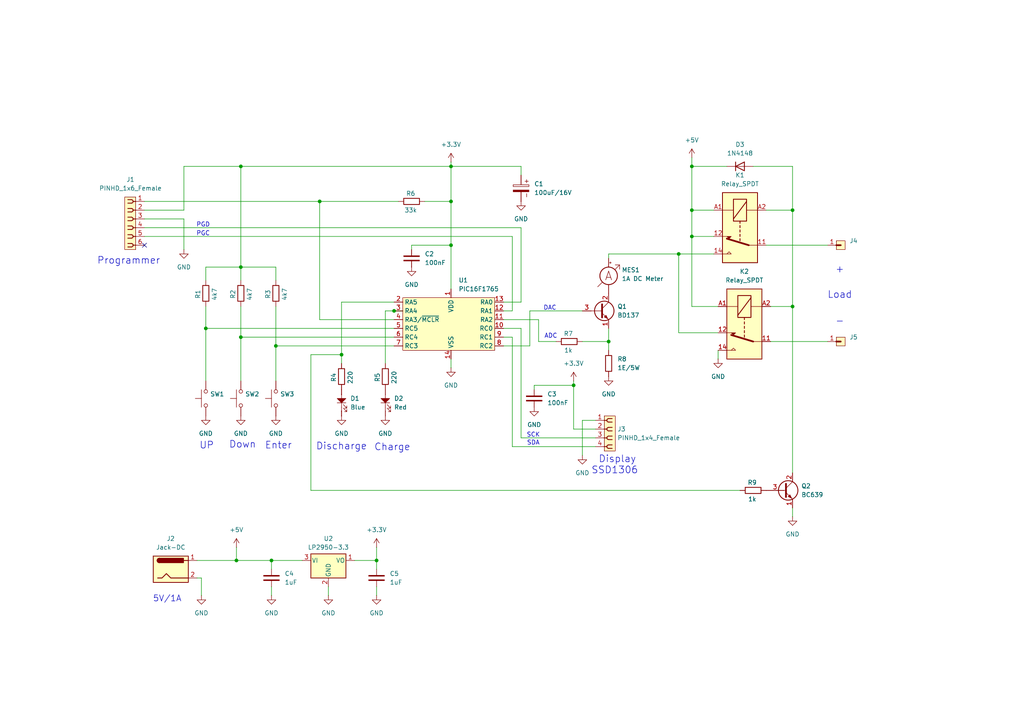
<source format=kicad_sch>
(kicad_sch (version 20250114) (generator "eeschema") (generator_version "9.0")
  (paper "A4")
  (title_block (title "Adjustable Current Source and Current Sink") (date "2025-08-08") (rev "1.0"))
  (lib_symbols
    (symbol "Connector:Jack-DC" (pin_names (offset 1.016))
      (property "Reference" "J" (at 0 5.334 0))
      (property "Value" "Jack-DC" (at 0 -5.08 0))
      (symbol "Jack-DC_0_1"
        (rectangle (start -5.08 3.81) (end 5.08 -3.81) (stroke (width 0.254)) (fill (type background)))
        (polyline (pts (xy -3.81 -2.54) (xy -2.54 -2.54) (xy -1.27 -1.27) (xy 0 -2.54) (xy 2.54 -2.54) (xy 5.08 -2.54)) (stroke (width 0.254)))
        (arc (start -3.302 1.905) (mid -3.9343 2.54) (end -3.302 3.175) (stroke (width 0.254)))
        (arc (start -3.302 1.905) (mid -3.9343 2.54) (end -3.302 3.175) (stroke (width 0.254)) (fill (type outline)))
        (rectangle (start 3.683 3.175) (end -3.302 1.905) (stroke (width 0.254)) (fill (type outline)))
        (polyline (pts (xy 5.08 2.54) (xy 3.81 2.54)) (stroke (width 0.254)))
      )
      (symbol "Jack-DC_1_1"
        (pin passive line (at 7.62 2.54 180) (length 2.54) (name "~") (number "1"))
        (pin passive line (at 7.62 -2.54 180) (length 2.54) (name "~") (number "2"))
      )
    )
    (symbol "Device:Ammeter_DC" (pin_numbers (hide yes)) (pin_names (offset 0.0254) (hide yes))
      (property "Reference" "MES" (at -3.302 1.016 0))
      (property "Value" "Ammeter_DC" (at -3.302 -0.762 0))
      (symbol "Ammeter_DC_0_0"
        (polyline (pts (xy -3.175 -3.175) (xy -1.905 -1.905)))
        (polyline (pts (xy 1.905 3.175) (xy 3.175 3.175) (xy 3.175 1.905)))
        (polyline (pts (xy 1.905 1.905) (xy 3.175 3.175)))
        (text "A" (at 0 0 0) (effects (font (size 2.54 2.54))))
      )
      (symbol "Ammeter_DC_0_1"
        (circle (center 0 0) (radius 2.54) (stroke (width 0.254)))
        (polyline (pts (xy 0.254 3.81) (xy 0.762 3.81)))
        (polyline (pts (xy 0.508 4.064) (xy 0.508 3.556)))
      )
      (symbol "Ammeter_DC_1_1"
        (pin passive line (at 0 5.08 270) (length 2.54) (name "+") (number "2"))
        (pin passive line (at 0 -5.08 90) (length 2.54) (name "-") (number "1"))
      )
    )
    (symbol "Diode:1N4148" (pin_numbers (hide yes)) (pin_names (hide yes))
      (property "Reference" "D" (at 0 2.54 0))
      (property "Value" "1N4148" (at 0 -2.54 0))
      (symbol "1N4148_0_1"
        (polyline (pts (xy -1.27 1.27) (xy -1.27 -1.27)) (stroke (width 0.254)))
        (polyline (pts (xy 1.27 1.27) (xy 1.27 -1.27) (xy -1.27 0) (xy 1.27 1.27)) (stroke (width 0.254)))
        (polyline (pts (xy 1.27 0) (xy -1.27 0)))
      )
      (symbol "1N4148_1_1"
        (pin passive line (at -3.81 0 0) (length 2.54) (name "K") (number "1"))
        (pin passive line (at 3.81 0 180) (length 2.54) (name "A") (number "2"))
      )
    )
    (symbol "PCM_SL_Devices:Capacitor_NP"
      (property "Reference" "C" (at 0 6.35 0))
      (property "Value" "Capacitor_NP" (at 0 3.81 0))
      (symbol "Capacitor_NP_0_1"
        (rectangle (start -0.762 2.286) (end -0.508 -2.286) (fill (type outline)))
        (rectangle (start 0.508 2.286) (end 0.762 -2.286) (fill (type outline)))
      )
      (symbol "Capacitor_NP_1_1"
        (pin passive line (at -2.54 0 0) (length 2) (name "~") (number "1"))
        (pin input line (at 2.54 0 180) (length 2) (name "~") (number "2"))
      )
    )
    (symbol "PCM_SL_Devices:Capacitor_PO"
      (property "Reference" "C" (at 0 7.62 0))
      (property "Value" "Capacitor_PO" (at 0 5.08 0))
      (symbol "Capacitor_PO_0_0"
        (text "+" (at -2.032 1.524 0) (effects (font (size 1.27 1.27))))
        (text "-" (at 2.032 1.524 0) (effects (font (size 1.27 1.27))))
      )
      (symbol "Capacitor_PO_0_1"
        (rectangle (start -1.016 -2.286) (end -0.508 2.286))
        (rectangle (start 0.508 -2.286) (end 1.016 2.286) (fill (type outline)))
      )
      (symbol "Capacitor_PO_1_1"
        (pin passive line (at -3.81 0 0) (length 2.7) (name "~") (number "1"))
        (pin input line (at 3.81 0 180) (length 2.7) (name "~") (number "2"))
      )
    )
    (symbol "PCM_SL_Devices:LED_5mm"
      (property "Reference" "D" (at -0.508 5.334 0))
      (property "Value" "LED_5mm" (at -0.508 2.794 0))
      (symbol "LED_5mm_0_1"
        (polyline (pts (xy -1.27 0) (xy -2.54 0)))
        (polyline (pts (xy 0 1.27) (xy 0 -1.27)))
        (polyline (pts (xy 0 0) (xy -1.27 -1.27) (xy -1.27 1.27) (xy 0 0) (xy 1.27 0)) (fill (type outline)))
        (polyline (pts (xy 0.508 0.508) (xy 1.524 1.524)))
        (polyline (pts (xy 1.27 0) (xy 2.54 0)))
        (polyline (pts (xy 1.524 1.524) (xy 0.889 1.524)))
        (polyline (pts (xy 1.524 1.524) (xy 1.524 0.889)))
        (polyline (pts (xy 1.524 0.508) (xy 2.54 1.524)))
        (polyline (pts (xy 2.54 1.524) (xy 1.905 1.524)))
        (polyline (pts (xy 2.54 1.524) (xy 2.54 0.889)))
      )
      (symbol "LED_5mm_1_1"
        (pin passive line (at -3.81 0 0) (length 1.5) (name "") (number "2"))
        (pin passive line (at 3.81 0 180) (length 1.5) (name "~") (number "1"))
      )
    )
    (symbol "PCM_SL_Pin_Headers:PINHD_1x1_Male"
      (property "Reference" "J" (at 0 6.35 0))
      (property "Value" "PINHD_1x1_Male" (at 0 3.81 0))
      (symbol "PINHD_1x1_Male_0_1"
        (rectangle (start -1.27 1.27) (end 1.27 -1.27) (fill (type background)))
        (polyline (pts (xy -1.27 0) (xy 0 0)) (stroke (width 0.3)))
        (polyline (pts (xy -1.27 0) (xy 0 0)) (stroke (width 0.5)))
      )
      (symbol "PINHD_1x1_Male_1_1"
        (pin passive line (at -3.81 0 0) (length 2.54) (name "") (number "1"))
      )
    )
    (symbol "PCM_SL_Pin_Headers:PINHD_1x4_Female"
      (property "Reference" "J" (at 0 10.16 0))
      (property "Value" "PINHD_1x4_Female" (at 0 7.62 0))
      (symbol "PINHD_1x4_Female_0_1"
        (rectangle (start -1.27 5.08) (end 1.905 -5.08) (fill (type background)))
        (polyline (pts (xy -1.27 3.81) (xy -0.508 3.81)) (stroke (width 0.25)))
        (polyline (pts (xy -1.27 1.27) (xy -0.508 1.27)) (stroke (width 0.25)))
        (polyline (pts (xy -1.27 -1.27) (xy -0.508 -1.27)) (stroke (width 0.25)))
        (polyline (pts (xy -1.27 -3.81) (xy -0.508 -3.81)) (stroke (width 0.25)))
        (polyline (pts (xy 0 4.318) (xy 1.016 4.318)) (stroke (width 0.25)))
        (arc (start -0.508 3.81) (mid -0.3592 4.1692) (end 0 4.318) (stroke (width 0.25)))
        (arc (start 0 3.302) (mid -0.3592 3.4508) (end -0.508 3.81) (stroke (width 0.25)))
        (polyline (pts (xy 0 3.302) (xy 1.016 3.302)) (stroke (width 0.25)))
        (polyline (pts (xy 0 1.778) (xy 1.016 1.778)) (stroke (width 0.25)))
        (arc (start -0.508 1.27) (mid -0.3592 1.6292) (end 0 1.778) (stroke (width 0.25)))
        (arc (start 0 0.762) (mid -0.3592 0.9108) (end -0.508 1.27) (stroke (width 0.25)))
        (polyline (pts (xy 0 0.762) (xy 1.016 0.762)) (stroke (width 0.25)))
        (polyline (pts (xy 0 -0.762) (xy 1.016 -0.762)) (stroke (width 0.25)))
        (arc (start -0.508 -1.27) (mid -0.3592 -0.9108) (end 0 -0.762) (stroke (width 0.25)))
        (arc (start 0 -1.778) (mid -0.3592 -1.6292) (end -0.508 -1.27) (stroke (width 0.25)))
        (polyline (pts (xy 0 -1.778) (xy 1.016 -1.778)) (stroke (width 0.25)))
        (polyline (pts (xy 0 -3.302) (xy 1.016 -3.302)) (stroke (width 0.25)))
        (arc (start -0.508 -3.81) (mid -0.3592 -3.4508) (end 0 -3.302) (stroke (width 0.25)))
        (arc (start 0 -4.318) (mid -0.3592 -4.1692) (end -0.508 -3.81) (stroke (width 0.25)))
        (polyline (pts (xy 0 -4.318) (xy 1.016 -4.318)) (stroke (width 0.25)))
      )
      (symbol "PINHD_1x4_Female_1_1"
        (pin passive line (at -3.81 3.81 0) (length 2.54) (name "") (number "1"))
        (pin passive line (at -3.81 1.27 0) (length 2.54) (name "") (number "2"))
        (pin passive line (at -3.81 -1.27 0) (length 2.54) (name "") (number "3"))
        (pin passive line (at -3.81 -3.81 0) (length 2.54) (name "") (number "4"))
      )
    )
    (symbol "PCM_SL_Pin_Headers:PINHD_1x6_Female"
      (property "Reference" "J" (at 0 12.7 0))
      (property "Value" "PINHD_1x6_Female" (at 0 10.16 0))
      (symbol "PINHD_1x6_Female_0_1"
        (rectangle (start -1.27 7.62) (end 1.905 -7.62) (fill (type background)))
        (polyline (pts (xy -1.27 6.35) (xy -0.508 6.35)) (stroke (width 0.25)))
        (polyline (pts (xy -1.27 3.81) (xy -0.508 3.81)) (stroke (width 0.25)))
        (polyline (pts (xy -1.27 1.27) (xy -0.508 1.27)) (stroke (width 0.25)))
        (polyline (pts (xy -1.27 -1.27) (xy -0.508 -1.27)) (stroke (width 0.25)))
        (polyline (pts (xy -1.27 -3.81) (xy -0.508 -3.81)) (stroke (width 0.25)))
        (polyline (pts (xy -1.27 -6.35) (xy -0.508 -6.35)) (stroke (width 0.25)))
        (polyline (pts (xy 0 6.858) (xy 1.016 6.858)) (stroke (width 0.25)))
        (arc (start -0.508 6.35) (mid -0.3592 6.7092) (end 0 6.858) (stroke (width 0.25)))
        (arc (start 0 5.842) (mid -0.3592 5.9908) (end -0.508 6.35) (stroke (width 0.25)))
        (polyline (pts (xy 0 5.842) (xy 1.016 5.842)) (stroke (width 0.25)))
        (polyline (pts (xy 0 4.318) (xy 1.016 4.318)) (stroke (width 0.25)))
        (arc (start -0.508 3.81) (mid -0.3592 4.1692) (end 0 4.318) (stroke (width 0.25)))
        (arc (start 0 3.302) (mid -0.3592 3.4508) (end -0.508 3.81) (stroke (width 0.25)))
        (polyline (pts (xy 0 3.302) (xy 1.016 3.302)) (stroke (width 0.25)))
        (polyline (pts (xy 0 1.778) (xy 1.016 1.778)) (stroke (width 0.25)))
        (arc (start -0.508 1.27) (mid -0.3592 1.6292) (end 0 1.778) (stroke (width 0.25)))
        (arc (start 0 0.762) (mid -0.3592 0.9108) (end -0.508 1.27) (stroke (width 0.25)))
        (polyline (pts (xy 0 0.762) (xy 1.016 0.762)) (stroke (width 0.25)))
        (polyline (pts (xy 0 -0.762) (xy 1.016 -0.762)) (stroke (width 0.25)))
        (arc (start -0.508 -1.27) (mid -0.3592 -0.9108) (end 0 -0.762) (stroke (width 0.25)))
        (arc (start 0 -1.778) (mid -0.3592 -1.6292) (end -0.508 -1.27) (stroke (width 0.25)))
        (polyline (pts (xy 0 -1.778) (xy 1.016 -1.778)) (stroke (width 0.25)))
        (polyline (pts (xy 0 -3.302) (xy 1.016 -3.302)) (stroke (width 0.25)))
        (arc (start -0.508 -3.81) (mid -0.3592 -3.4508) (end 0 -3.302) (stroke (width 0.25)))
        (arc (start 0 -4.318) (mid -0.3592 -4.1692) (end -0.508 -3.81) (stroke (width 0.25)))
        (polyline (pts (xy 0 -4.318) (xy 1.016 -4.318)) (stroke (width 0.25)))
        (polyline (pts (xy 0 -5.842) (xy 1.016 -5.842)) (stroke (width 0.25)))
        (arc (start -0.508 -6.35) (mid -0.3592 -5.9908) (end 0 -5.842) (stroke (width 0.25)))
        (arc (start 0 -6.858) (mid -0.3592 -6.7092) (end -0.508 -6.35) (stroke (width 0.25)))
        (polyline (pts (xy 0 -6.858) (xy 1.016 -6.858)) (stroke (width 0.25)))
      )
      (symbol "PINHD_1x6_Female_1_1"
        (pin passive line (at -3.81 6.35 0) (length 2.54) (name "") (number "1"))
        (pin passive line (at -3.81 3.81 0) (length 2.54) (name "") (number "2"))
        (pin passive line (at -3.81 1.27 0) (length 2.54) (name "") (number "3"))
        (pin passive line (at -3.81 -1.27 0) (length 2.54) (name "") (number "4"))
        (pin passive line (at -3.81 -3.81 0) (length 2.54) (name "") (number "5"))
        (pin passive line (at -3.81 -6.35 0) (length 2.54) (name "") (number "6"))
      )
    )
    (symbol "PCM_SL_Resistors:Resistor"
      (property "Reference" "R" (at 0 5.08 0))
      (property "Value" "Resistor" (at 0 2.54 0))
      (symbol "Resistor_0_1"
        (rectangle (start -2.286 0.889) (end 2.286 -0.889) (stroke (width 0.24)))
      )
      (symbol "Resistor_1_1"
        (pin passive line (at -3.81 0 0) (length 1.5) (name "") (number "1"))
        (pin passive line (at 3.81 0 180) (length 1.5) (name "~") (number "2"))
      )
    )
    (symbol "Regulator_Linear:LP2950-3.0_TO92" (pin_names (offset 0.254))
      (property "Reference" "U" (at -3.81 3.175 0))
      (property "Value" "LP2950-3.0_TO92" (at 0 3.175 0))
      (symbol "LP2950-3.0_TO92_0_1"
        (rectangle (start -5.08 -5.08) (end 5.08 1.905) (stroke (width 0.254)) (fill (type background)))
      )
      (symbol "LP2950-3.0_TO92_1_1"
        (pin power_in line (at -7.62 0 0) (length 2.54) (name "VI") (number "3"))
        (pin power_in line (at 0 -7.62 90) (length 2.54) (name "GND") (number "2"))
        (pin power_out line (at 7.62 0 180) (length 2.54) (name "VO") (number "1"))
      )
    )
    (symbol "Relay:Relay_SPDT"
      (property "Reference" "K" (at 11.43 3.81 0))
      (property "Value" "Relay_SPDT" (at 11.43 1.27 0))
      (symbol "Relay_SPDT_0_0"
        (polyline (pts (xy 7.62 5.08) (xy 7.62 2.54) (xy 6.985 3.175) (xy 7.62 3.81)))
      )
      (symbol "Relay_SPDT_0_1"
        (rectangle (start -10.16 5.08) (end 10.16 -5.08) (stroke (width 0.254)) (fill (type background)))
        (rectangle (start -8.255 1.905) (end -1.905 -1.905) (stroke (width 0.254)))
        (polyline (pts (xy -7.62 -1.905) (xy -2.54 1.905)) (stroke (width 0.254)))
        (polyline (pts (xy -5.08 5.08) (xy -5.08 1.905)))
        (polyline (pts (xy -5.08 -5.08) (xy -5.08 -1.905)))
        (polyline (pts (xy -1.905 0) (xy -1.27 0)) (stroke (width 0.254)))
        (polyline (pts (xy -0.635 0) (xy 0 0)) (stroke (width 0.254)))
        (polyline (pts (xy 0.635 0) (xy 1.27 0)) (stroke (width 0.254)))
        (polyline (pts (xy 1.905 0) (xy 2.54 0)) (stroke (width 0.254)))
        (polyline (pts (xy 2.54 5.08) (xy 2.54 2.54) (xy 3.175 3.175) (xy 2.54 3.81)) (fill (type outline)))
        (polyline (pts (xy 3.175 0) (xy 3.81 0)) (stroke (width 0.254)))
        (polyline (pts (xy 5.08 -2.54) (xy 3.175 3.81)) (stroke (width 0.508)))
        (polyline (pts (xy 5.08 -2.54) (xy 5.08 -5.08)))
      )
      (symbol "Relay_SPDT_1_1"
        (pin passive line (at -5.08 7.62 270) (length 2.54) (name "~") (number "A1"))
        (pin passive line (at -5.08 -7.62 90) (length 2.54) (name "~") (number "A2"))
        (pin passive line (at 2.54 7.62 270) (length 2.54) (name "~") (number "12"))
        (pin passive line (at 5.08 -7.62 90) (length 2.54) (name "~") (number "11"))
        (pin passive line (at 7.62 7.62 270) (length 2.54) (name "~") (number "14"))
      )
    )
    (symbol "Rob:BC639" (pin_names (offset 0) (hide yes))
      (property "Reference" "Q" (at 5.08 1.905 0))
      (property "Value" "BC639" (at 5.08 0 0))
      (symbol "BC639_0_1"
        (polyline (pts (xy 0 0) (xy 0.635 0)))
        (polyline (pts (xy 0.635 1.905) (xy 0.635 -1.905) (xy 0.635 -1.905)) (stroke (width 0.508)))
        (polyline (pts (xy 0.635 0.635) (xy 2.54 2.54)))
        (polyline (pts (xy 0.635 -0.635) (xy 2.54 -2.54) (xy 2.54 -2.54)))
        (circle (center 1.27 0) (radius 2.8194) (stroke (width 0.254)))
        (polyline (pts (xy 1.27 -1.778) (xy 1.778 -1.27) (xy 2.286 -2.286) (xy 1.27 -1.778) (xy 1.27 -1.778)) (fill (type outline)))
      )
      (symbol "BC639_1_1"
        (pin input line (at -5.08 0 0) (length 5.08) (name "B") (number "3"))
        (pin passive line (at 2.54 5.08 270) (length 2.54) (name "C") (number "2"))
        (pin passive line (at 2.54 -5.08 90) (length 2.54) (name "E") (number "1"))
      )
    )
    (symbol "Rob:PIC16F1823"
      (property "Reference" "U" (at 2.794 11.43 0))
      (property "Value" "PIC16F1823" (at 7.874 9.398 0))
      (symbol "PIC16F1823_1_1"
        (rectangle (start -13.97 7.62) (end 12.7 -7.62) (fill (type background)))
        (pin bidirectional line (at -16.51 6.35 0) (length 2.54) (name "RA5") (number "2"))
        (pin bidirectional line (at -16.51 3.81 0) (length 2.54) (name "RA4") (number "3"))
        (pin input line (at -16.51 1.27 0) (length 2.54) (name "RA3/~{MCLR}") (number "4"))
        (pin bidirectional line (at -16.51 -1.27 0) (length 2.54) (name "RC5") (number "5"))
        (pin bidirectional line (at -16.51 -3.81 0) (length 2.54) (name "RC4") (number "6"))
        (pin bidirectional line (at -16.51 -6.35 0) (length 2.54) (name "RC3") (number "7"))
        (pin power_in line (at 0 10.16 270) (length 2.54) (name "VDD") (number "1"))
        (pin power_in line (at 0 -10.16 90) (length 2.54) (name "VSS") (number "14"))
        (pin bidirectional line (at 15.24 6.35 180) (length 2.54) (name "RA0") (number "13"))
        (pin bidirectional line (at 15.24 3.81 180) (length 2.54) (name "RA1") (number "12"))
        (pin bidirectional line (at 15.24 1.27 180) (length 2.54) (name "RA2") (number "11"))
        (pin bidirectional line (at 15.24 -1.27 180) (length 2.54) (name "RC0") (number "10"))
        (pin bidirectional line (at 15.24 -3.81 180) (length 2.54) (name "RC1") (number "9"))
        (pin bidirectional line (at 15.24 -6.35 180) (length 2.54) (name "RC2") (number "8"))
      )
    )
    (symbol "Switch:SW_Push" (pin_numbers (hide yes)) (pin_names (offset 1.016) (hide yes))
      (property "Reference" "SW" (at 1.27 2.54 0))
      (property "Value" "SW_Push" (at 0 -1.524 0))
      (symbol "SW_Push_0_1"
        (circle (center -2.032 0) (radius 0.508))
        (polyline (pts (xy 0 1.27) (xy 0 3.048)))
        (circle (center 2.032 0) (radius 0.508))
        (polyline (pts (xy 2.54 1.27) (xy -2.54 1.27)))
        (pin passive line (at -5.08 0 0) (length 2.54) (name "1") (number "1"))
        (pin passive line (at 5.08 0 180) (length 2.54) (name "2") (number "2"))
      )
    )
    (symbol "Transistor_BJT:BD137" (pin_names (offset 0) (hide yes))
      (property "Reference" "Q" (at 5.08 1.905 0))
      (property "Value" "BD137" (at 5.08 0 0))
      (symbol "BD137_0_1"
        (polyline (pts (xy -2.54 0) (xy 0.635 0)))
        (polyline (pts (xy 0.635 1.905) (xy 0.635 -1.905)) (stroke (width 0.508)))
        (circle (center 1.27 0) (radius 2.8194) (stroke (width 0.254)))
      )
      (symbol "BD137_1_1"
        (polyline (pts (xy 0.635 0.635) (xy 2.54 2.54)))
        (polyline (pts (xy 0.635 -0.635) (xy 2.54 -2.54)))
        (polyline (pts (xy 1.27 -1.778) (xy 1.778 -1.27) (xy 2.286 -2.286) (xy 1.27 -1.778)) (fill (type outline)))
        (pin input line (at -5.08 0 0) (length 2.54) (name "B") (number "3"))
        (pin passive line (at 2.54 5.08 270) (length 2.54) (name "C") (number "2"))
        (pin passive line (at 2.54 -5.08 90) (length 2.54) (name "E") (number "1"))
      )
    )
    (symbol "power:+5V" (power) (pin_numbers (hide yes)) (pin_names (offset 0) (hide yes))
      (property "Value" "+5V" (at 0 3.556 0))
      (symbol "+5V_0_1"
        (polyline (pts (xy -0.762 1.27) (xy 0 2.54)))
        (polyline (pts (xy 0 2.54) (xy 0.762 1.27)))
        (polyline (pts (xy 0 0) (xy 0 2.54)))
      )
      (symbol "+5V_1_1"
        (pin power_in line (at 0 0 90) (length 0) (name "~") (number "1"))
      )
    )
    (symbol "power:GND" (power) (pin_numbers (hide yes)) (pin_names (offset 0) (hide yes))
      (property "Value" "GND" (at 0 -3.81 0))
      (symbol "GND_0_1"
        (polyline (pts (xy 0 0) (xy 0 -1.27) (xy 1.27 -1.27) (xy 0 -2.54) (xy -1.27 -1.27) (xy 0 -1.27)))
      )
      (symbol "GND_1_1"
        (pin power_in line (at 0 0 270) (length 0) (name "~") (number "1"))
      )
    )
  )
  (text "5V/1A" (at 48.514 173.736 0) (effects (font (size 1.75 1.75))))
  (text "DAC" (at 159.512 89.408 0) (effects (font (size 1.27 1.27))))
  (text "PGD" (at 58.928 65.278 0) (effects (font (size 1.27 1.27))))
  (text "-" (at 243.586 93.218 0) (effects (font (size 2 2))))
  (text "Load\n" (at 243.586 85.598 0) (effects (font (size 2 2))))
  (text "SDA" (at 154.686 128.524 0) (effects (font (size 1.27 1.27))))
  (text "Programmer" (at 37.338 75.692 0) (effects (font (size 2 2))))
  (text "+" (at 243.586 78.232 0) (effects (font (size 2 2))))
  (text "PGC" (at 58.928 67.818 0) (effects (font (size 1.27 1.27))))
  (text "Display\nSSD1306 " (at 179.07 134.874 0) (effects (font (size 2 2))))
  (text "UP" (at 59.944 129.286 0) (effects (font (size 2 2))))
  (text "Down\n" (at 70.358 129.032 0) (effects (font (size 2 2))))
  (text "SCK" (at 154.686 126.238 0) (effects (font (size 1.27 1.27))))
  (text "Charge" (at 113.792 129.794 0) (effects (font (size 2 2))))
  (text "ADC" (at 159.766 97.536 0) (effects (font (size 1.27 1.27))))
  (text "Discharge" (at 99.06 129.54 0) (effects (font (size 2 2))))
  (text "Enter\n" (at 80.772 129.286 0) (effects (font (size 2 2))))
  (junction (at 69.85 77.47))
  (junction (at 59.69 95.25))
  (junction (at 176.53 99.06))
  (junction (at 92.71 58.42))
  (junction (at 99.06 102.87))
  (junction (at 200.66 68.58))
  (junction (at 69.85 97.79))
  (junction (at 80.01 100.33))
  (junction (at 229.87 60.96))
  (junction (at 109.22 162.56))
  (junction (at 130.81 48.26))
  (junction (at 200.66 60.96))
  (junction (at 130.81 58.42))
  (junction (at 130.81 71.12))
  (junction (at 166.37 111.76))
  (junction (at 68.58 162.56))
  (junction (at 69.85 48.26))
  (junction (at 114.3 90.17))
  (junction (at 196.85 73.66))
  (junction (at 229.87 88.9))
  (junction (at 200.66 48.26))
  (junction (at 78.74 162.56))
  (no_connect (at 41.91 71.12))
  (wire (pts (xy 90.17 102.87) (xy 99.06 102.87)))
  (wire (pts (xy 68.58 162.56) (xy 78.74 162.56)))
  (wire (pts (xy 176.53 95.25) (xy 176.53 99.06)))
  (wire (pts (xy 222.25 71.12) (xy 240.03 71.12)))
  (wire (pts (xy 99.06 87.63) (xy 99.06 102.87)))
  (wire (pts (xy 57.15 162.56) (xy 68.58 162.56)))
  (wire (pts (xy 222.25 60.96) (xy 229.87 60.96)))
  (wire (pts (xy 109.22 170.18) (xy 109.22 172.72)))
  (wire (pts (xy 123.19 58.42) (xy 130.81 58.42)))
  (wire (pts (xy 156.21 99.06) (xy 156.21 92.71)))
  (wire (pts (xy 59.69 95.25) (xy 59.69 110.49)))
  (wire (pts (xy 69.85 77.47) (xy 69.85 81.28)))
  (wire (pts (xy 176.53 73.66) (xy 176.53 74.93)))
  (wire (pts (xy 80.01 88.9) (xy 80.01 100.33)))
  (wire (pts (xy 146.05 100.33) (xy 153.67 100.33)))
  (wire (pts (xy 114.3 87.63) (xy 99.06 87.63)))
  (wire (pts (xy 41.91 63.5) (xy 53.34 63.5)))
  (wire (pts (xy 80.01 100.33) (xy 114.3 100.33)))
  (wire (pts (xy 223.52 99.06) (xy 240.03 99.06)))
  (wire (pts (xy 148.59 68.58) (xy 148.59 90.17)))
  (wire (pts (xy 166.37 110.49) (xy 166.37 111.76)))
  (wire (pts (xy 92.71 58.42) (xy 92.71 92.71)))
  (wire (pts (xy 229.87 88.9) (xy 223.52 88.9)))
  (wire (pts (xy 200.66 45.72) (xy 200.66 48.26)))
  (wire (pts (xy 53.34 60.96) (xy 41.91 60.96)))
  (wire (pts (xy 119.38 72.39) (xy 119.38 71.12)))
  (wire (pts (xy 53.34 48.26) (xy 69.85 48.26)))
  (wire (pts (xy 80.01 81.28) (xy 80.01 77.47)))
  (wire (pts (xy 130.81 48.26) (xy 130.81 58.42)))
  (wire (pts (xy 146.05 90.17) (xy 148.59 90.17)))
  (wire (pts (xy 111.76 90.17) (xy 111.76 105.41)))
  (wire (pts (xy 78.74 162.56) (xy 78.74 165.1)))
  (wire (pts (xy 130.81 104.14) (xy 130.81 106.68)))
  (wire (pts (xy 148.59 97.79) (xy 148.59 129.54)))
  (wire (pts (xy 208.28 104.14) (xy 208.28 101.6)))
  (wire (pts (xy 172.72 127) (xy 151.13 127)))
  (wire (pts (xy 153.67 100.33) (xy 153.67 90.17)))
  (wire (pts (xy 80.01 77.47) (xy 69.85 77.47)))
  (wire (pts (xy 156.21 99.06) (xy 161.29 99.06)))
  (wire (pts (xy 102.87 162.56) (xy 109.22 162.56)))
  (wire (pts (xy 59.69 95.25) (xy 114.3 95.25)))
  (wire (pts (xy 119.38 71.12) (xy 130.81 71.12)))
  (wire (pts (xy 166.37 124.46) (xy 172.72 124.46)))
  (wire (pts (xy 166.37 111.76) (xy 166.37 124.46)))
  (wire (pts (xy 69.85 97.79) (xy 114.3 97.79)))
  (wire (pts (xy 176.53 73.66) (xy 196.85 73.66)))
  (wire (pts (xy 59.69 81.28) (xy 59.69 77.47)))
  (wire (pts (xy 59.69 77.47) (xy 69.85 77.47)))
  (wire (pts (xy 130.81 48.26) (xy 151.13 48.26)))
  (wire (pts (xy 208.28 88.9) (xy 200.66 88.9)))
  (wire (pts (xy 59.69 88.9) (xy 59.69 95.25)))
  (wire (pts (xy 154.94 111.76) (xy 166.37 111.76)))
  (wire (pts (xy 69.85 88.9) (xy 69.85 97.79)))
  (wire (pts (xy 69.85 97.79) (xy 69.85 110.49)))
  (wire (pts (xy 172.72 121.92) (xy 168.91 121.92)))
  (wire (pts (xy 200.66 60.96) (xy 200.66 48.26)))
  (wire (pts (xy 92.71 58.42) (xy 115.57 58.42)))
  (wire (pts (xy 90.17 142.24) (xy 214.63 142.24)))
  (wire (pts (xy 78.74 170.18) (xy 78.74 172.72)))
  (wire (pts (xy 153.67 90.17) (xy 168.91 90.17)))
  (wire (pts (xy 151.13 66.04) (xy 151.13 87.63)))
  (wire (pts (xy 146.05 87.63) (xy 151.13 87.63)))
  (wire (pts (xy 53.34 63.5) (xy 53.34 72.39)))
  (wire (pts (xy 109.22 158.75) (xy 109.22 162.56)))
  (wire (pts (xy 53.34 48.26) (xy 53.34 60.96)))
  (wire (pts (xy 200.66 88.9) (xy 200.66 68.58)))
  (wire (pts (xy 176.53 99.06) (xy 176.53 101.6)))
  (wire (pts (xy 148.59 97.79) (xy 146.05 97.79)))
  (wire (pts (xy 99.06 102.87) (xy 99.06 105.41)))
  (wire (pts (xy 130.81 46.99) (xy 130.81 48.26)))
  (wire (pts (xy 207.01 60.96) (xy 200.66 60.96)))
  (wire (pts (xy 229.87 147.32) (xy 229.87 149.86)))
  (wire (pts (xy 41.91 68.58) (xy 148.59 68.58)))
  (wire (pts (xy 92.71 92.71) (xy 114.3 92.71)))
  (wire (pts (xy 229.87 88.9) (xy 229.87 137.16)))
  (wire (pts (xy 208.28 96.52) (xy 196.85 96.52)))
  (wire (pts (xy 146.05 95.25) (xy 151.13 95.25)))
  (wire (pts (xy 207.01 68.58) (xy 200.66 68.58)))
  (wire (pts (xy 41.91 66.04) (xy 151.13 66.04)))
  (wire (pts (xy 229.87 60.96) (xy 229.87 88.9)))
  (wire (pts (xy 80.01 100.33) (xy 80.01 110.49)))
  (wire (pts (xy 68.58 158.75) (xy 68.58 162.56)))
  (wire (pts (xy 218.44 48.26) (xy 229.87 48.26)))
  (wire (pts (xy 130.81 58.42) (xy 130.81 71.12)))
  (wire (pts (xy 116.84 90.17) (xy 114.3 90.17)))
  (wire (pts (xy 154.94 111.76) (xy 154.94 113.03)))
  (wire (pts (xy 196.85 73.66) (xy 207.01 73.66)))
  (wire (pts (xy 172.72 129.54) (xy 148.59 129.54)))
  (wire (pts (xy 69.85 48.26) (xy 69.85 77.47)))
  (wire (pts (xy 168.91 121.92) (xy 168.91 132.08)))
  (wire (pts (xy 151.13 95.25) (xy 151.13 127)))
  (wire (pts (xy 111.76 90.17) (xy 114.3 90.17)))
  (wire (pts (xy 196.85 96.52) (xy 196.85 73.66)))
  (wire (pts (xy 130.81 71.12) (xy 130.81 83.82)))
  (wire (pts (xy 41.91 58.42) (xy 92.71 58.42)))
  (wire (pts (xy 58.42 167.64) (xy 58.42 172.72)))
  (wire (pts (xy 168.91 99.06) (xy 176.53 99.06)))
  (wire (pts (xy 95.25 170.18) (xy 95.25 172.72)))
  (wire (pts (xy 57.15 167.64) (xy 58.42 167.64)))
  (wire (pts (xy 69.85 48.26) (xy 130.81 48.26)))
  (wire (pts (xy 151.13 48.26) (xy 151.13 50.8)))
  (wire (pts (xy 109.22 162.56) (xy 109.22 165.1)))
  (wire (pts (xy 210.82 48.26) (xy 200.66 48.26)))
  (wire (pts (xy 78.74 162.56) (xy 87.63 162.56)))
  (wire (pts (xy 90.17 142.24) (xy 90.17 102.87)))
  (wire (pts (xy 200.66 68.58) (xy 200.66 60.96)))
  (wire (pts (xy 229.87 48.26) (xy 229.87 60.96)))
  (wire (pts (xy 146.05 92.71) (xy 156.21 92.71)))
  (symbol (lib_id "power:GND") (at 151.13 58.42 0) (unit 1)
    (property "Reference" "#PWR05" (effects (hide yes)))
    (property "Value" "GND" (at 151.13 63.5 0))
    (property "Description" "Power symbol creates a global label with name \"GND\" , ground" (effects (hide yes)))
  )
  (symbol (lib_id "PCM_SL_Resistors:Resistor") (at 111.76 109.22 270) (unit 1)
    (property "Reference" "R5" (at 109.474 109.474 0))
    (property "Value" "220" (at 114.3 109.474 0))
    (property "Footprint" "Resistor_THT:R_Axial_DIN0207_L6.3mm_D2.5mm_P10.16mm_Horizontal" (effects (hide yes)))
    (property "Description" "1/4W Resistor" (effects (hide yes)))
  )
  (symbol (lib_id "power:GND") (at 176.53 109.22 0) (unit 1)
    (property "Reference" "#PWR016" (effects (hide yes)))
    (property "Value" "GND" (at 176.53 114.3 0))
    (property "Description" "Power symbol creates a global label with name \"GND\" , ground" (effects (hide yes)))
  )
  (symbol (lib_id "PCM_SL_Resistors:Resistor") (at 59.69 85.09 270) (unit 1)
    (property "Reference" "R1" (at 57.404 85.344 0))
    (property "Value" "4k7" (at 62.23 85.344 0))
    (property "Footprint" "Resistor_THT:R_Axial_DIN0207_L6.3mm_D2.5mm_P10.16mm_Horizontal" (effects (hide yes)))
    (property "Description" "1/4W Resistor" (effects (hide yes)))
  )
  (symbol (lib_id "Rob:BC639") (at 227.33 142.24 0) (unit 1)
    (property "Reference" "Q2" (at 232.41 140.9699 0) (effects (justify left)))
    (property "Value" "BC639" (at 232.41 143.5099 0) (effects (justify left)))
    (property "Footprint" "Package_TO_SOT_THT:TO-92_Inline" (effects (hide yes)))
    (property "Datasheet" "https://www.onsemi.com/pub/Collateral/BC550-D.pdf" (effects (hide yes)))
    (property "Description" "1A Ic, 45V Vce, Small Signal NPN Transistor, TO-92" (effects (hide yes)))
  )
  (symbol (lib_id "power:GND") (at 59.69 120.65 0) (unit 1)
    (property "Reference" "#PWR03" (effects (hide yes)))
    (property "Value" "GND" (at 59.69 125.73 0))
    (property "Description" "Power symbol creates a global label with name \"GND\" , ground" (effects (hide yes)))
  )
  (symbol (lib_id "Rob:PIC16F1823") (at 130.81 93.98 0) (unit 1)
    (property "Reference" "U1" (at 133.0041 81.28 0) (effects (justify left)))
    (property "Value" "PIC16F1765" (at 133.0041 83.82 0) (effects (justify left)))
    (property "Footprint" "Package_DIP:CERDIP-14_W7.62mm_SideBrazed_LongPads_Socket" (effects (hide yes)))
  )
  (symbol (lib_id "Relay:Relay_SPDT") (at 215.9 93.98 90) (mirror x) (unit 1)
    (property "Reference" "K2" (at 215.9 78.74 90))
    (property "Value" "Relay_SPDT" (at 215.9 81.28 90))
    (property "Description" "Relay SPDT, monostable, EN50005" (effects (hide yes)))
  )
  (symbol (lib_id "Device:Ammeter_DC") (at 176.53 80.01 0) (unit 1)
    (property "Reference" "MES1" (at 180.34 78.2954 0) (effects (justify left)))
    (property "Value" "1A DC Meter" (at 180.34 80.8354 0) (effects (justify left)))
    (property "Description" "DC ammeter" (effects (hide yes)))
  )
  (symbol (lib_id "PCM_SL_Resistors:Resistor") (at 119.38 58.42 180) (unit 1)
    (property "Reference" "R6" (at 119.126 56.134 0))
    (property "Value" "33k" (at 119.126 60.96 0))
    (property "Footprint" "Resistor_THT:R_Axial_DIN0207_L6.3mm_D2.5mm_P10.16mm_Horizontal" (effects (hide yes)))
    (property "Description" "1/4W Resistor" (effects (hide yes)))
  )
  (symbol (lib_id "power:+5V") (at 109.22 158.75 0) (unit 1)
    (property "Reference" "#PWR022" (effects (hide yes)))
    (property "Value" "+3.3V" (at 109.22 153.67 0))
    (property "Description" "Power symbol creates a global label with name \"+5V\"" (effects (hide yes)))
  )
  (symbol (lib_id "PCM_SL_Devices:Capacitor_NP") (at 109.22 167.64 90) (unit 1)
    (property "Reference" "C5" (at 113.03 166.3699 90) (effects (justify right)))
    (property "Value" "1uF" (at 113.03 168.9099 90) (effects (justify right)))
    (property "Footprint" "Capacitor_THT:C_Disc_D3.0mm_W2.0mm_P2.50mm" (effects (hide yes)))
    (property "Description" "Unpolarized Capacitor" (effects (hide yes)))
  )
  (symbol (lib_id "power:GND") (at 69.85 120.65 0) (unit 1)
    (property "Reference" "#PWR06" (effects (hide yes)))
    (property "Value" "GND" (at 69.85 125.73 0))
    (property "Description" "Power symbol creates a global label with name \"GND\" , ground" (effects (hide yes)))
  )
  (symbol (lib_id "power:GND") (at 229.87 149.86 0) (unit 1)
    (property "Reference" "#PWR018" (effects (hide yes)))
    (property "Value" "GND" (at 229.87 154.94 0))
    (property "Description" "Power symbol creates a global label with name \"GND\" , ground" (effects (hide yes)))
  )
  (symbol (lib_id "Regulator_Linear:LP2950-3.0_TO92") (at 95.25 162.56 0) (unit 1)
    (property "Reference" "U2" (at 95.25 156.21 0))
    (property "Value" "LP2950-3.3" (at 95.25 158.75 0))
    (property "Footprint" "Package_TO_SOT_THT:TO-92_Inline" (effects (hide yes)))
    (property "Datasheet" "http://www.ti.com/lit/ds/symlink/lp2950.pdf" (effects (hide yes)))
    (property "Description" "Positive 100mA 30V Linear Micropower Voltage Regulator, Fixed Output 3.0V, TO-92" (effects (hide yes)))
  )
  (symbol (lib_id "power:+5V") (at 68.58 158.75 0) (unit 1)
    (property "Reference" "#PWR04" (effects (hide yes)))
    (property "Value" "+5V" (at 68.58 153.67 0))
    (property "Description" "Power symbol creates a global label with name \"+5V\"" (effects (hide yes)))
  )
  (symbol (lib_id "PCM_SL_Resistors:Resistor") (at 165.1 99.06 180) (unit 1)
    (property "Reference" "R7" (at 164.846 96.774 0))
    (property "Value" "1k" (at 164.846 101.6 0))
    (property "Footprint" "Resistor_THT:R_Axial_DIN0207_L6.3mm_D2.5mm_P10.16mm_Horizontal" (effects (hide yes)))
    (property "Description" "1/4W Resistor" (effects (hide yes)))
  )
  (symbol (lib_id "Transistor_BJT:BD137") (at 173.99 90.17 0) (unit 1)
    (property "Reference" "Q1" (at 179.07 88.8999 0) (effects (justify left)))
    (property "Value" "BD137" (at 179.07 91.4399 0) (effects (justify left)))
    (property "Footprint" "Package_TO_SOT_THT:TO-126-3_Vertical" (effects (hide yes)))
    (property "Datasheet" "http://www.st.com/internet/com/TECHNICAL_RESOURCES/TECHNICAL_LITERATURE/DATASHEET/CD00001225.pdf" (effects (hide yes)))
    (property "Description" "1.5A Ic, 60V Vce, Low Voltage Transistor, TO-126" (effects (hide yes)))
  )
  (symbol (lib_id "PCM_SL_Pin_Headers:PINHD_1x4_Female") (at 176.53 125.73 0) (unit 1)
    (property "Reference" "J3" (at 179.07 124.4599 0) (effects (justify left)))
    (property "Value" "PINHD_1x4_Female" (at 179.07 126.9999 0) (effects (justify left)))
    (property "Footprint" "Connector_PinSocket_2.54mm:PinSocket_1x04_P2.54mm_Vertical" (effects (hide yes)))
    (property "Description" "Pin Header female with pin space 2.54mm. Pin Count -4" (effects (hide yes)))
  )
  (symbol (lib_id "power:+5V") (at 200.66 45.72 0) (unit 1)
    (property "Reference" "#PWR023" (effects (hide yes)))
    (property "Value" "+5V" (at 200.66 40.64 0))
    (property "Description" "Power symbol creates a global label with name \"+5V\"" (effects (hide yes)))
  )
  (symbol (lib_id "power:+5V") (at 166.37 110.49 0) (unit 1)
    (property "Reference" "#PWR014" (effects (hide yes)))
    (property "Value" "+3.3V" (at 166.37 105.41 0))
    (property "Description" "Power symbol creates a global label with name \"+5V\"" (effects (hide yes)))
  )
  (symbol (lib_id "PCM_SL_Pin_Headers:PINHD_1x6_Female") (at 38.1 64.77 0) (mirror y) (unit 1)
    (property "Reference" "J1" (at 37.845 52.07 0))
    (property "Value" "PINHD_1x6_Female" (at 37.845 54.61 0))
    (property "Footprint" "Connector_PinSocket_2.54mm:PinSocket_1x06_P2.54mm_Vertical" (effects (hide yes)))
    (property "Description" "Pin Header female with pin space 2.54mm. Pin Count -6" (effects (hide yes)))
  )
  (symbol (lib_id "Diode:1N4148") (at 214.63 48.26 0) (unit 1)
    (property "Reference" "D3" (at 214.63 41.91 0))
    (property "Value" "1N4148" (at 214.63 44.45 0))
    (property "Footprint" "Diode_THT:D_DO-35_SOD27_P7.62mm_Horizontal" (effects (hide yes)))
    (property "Datasheet" "https://assets.nexperia.com/documents/data-sheet/1N4148_1N4448.pdf" (effects (hide yes)))
    (property "Description" "100V 0.15A standard switching diode, DO-35" (effects (hide yes)))
    (property "Sim.Device" "D" (effects (hide yes)))
    (property "Sim.Pins" "1=K 2=A" (effects (hide yes)))
  )
  (symbol (lib_id "PCM_SL_Resistors:Resistor") (at 99.06 109.22 270) (unit 1)
    (property "Reference" "R4" (at 96.774 109.474 0))
    (property "Value" "220" (at 101.6 109.474 0))
    (property "Footprint" "Resistor_THT:R_Axial_DIN0207_L6.3mm_D2.5mm_P10.16mm_Horizontal" (effects (hide yes)))
    (property "Description" "1/4W Resistor" (effects (hide yes)))
  )
  (symbol (lib_id "Switch:SW_Push") (at 69.85 115.57 90) (unit 1)
    (property "Reference" "SW2" (at 71.12 114.2999 90) (effects (justify right)))
    (property "Value" "SW_Push" (effects (hide yes)))
    (property "Description" "Push button switch, generic, two pins" (effects (hide yes)))
  )
  (symbol (lib_id "Switch:SW_Push") (at 80.01 115.57 90) (unit 1)
    (property "Reference" "SW3" (at 81.28 114.2999 90) (effects (justify right)))
    (property "Value" "SW_Push" (effects (hide yes)))
    (property "Description" "Push button switch, generic, two pins" (effects (hide yes)))
  )
  (symbol (lib_id "power:GND") (at 119.38 77.47 0) (unit 1)
    (property "Reference" "#PWR010" (effects (hide yes)))
    (property "Value" "GND" (at 119.38 82.55 0))
    (property "Description" "Power symbol creates a global label with name \"GND\" , ground" (effects (hide yes)))
  )
  (symbol (lib_id "PCM_SL_Devices:Capacitor_NP") (at 154.94 115.57 90) (unit 1)
    (property "Reference" "C3" (at 158.75 114.2999 90) (effects (justify right)))
    (property "Value" "100nF" (at 158.75 116.8399 90) (effects (justify right)))
    (property "Footprint" "Capacitor_THT:C_Disc_D3.0mm_W2.0mm_P2.50mm" (effects (hide yes)))
    (property "Description" "Unpolarized Capacitor" (effects (hide yes)))
  )
  (symbol (lib_id "PCM_SL_Devices:LED_5mm") (at 99.06 116.84 270) (unit 1)
    (property "Reference" "D1" (at 101.6 115.5699 90) (effects (justify left)))
    (property "Value" "Blue" (at 101.6 118.1099 90) (effects (justify left)))
    (property "Footprint" "LED_THT:LED_D5.0mm" (effects (hide yes)))
    (property "Description" "Common 5mm diameter LED" (effects (hide yes)))
  )
  (symbol (lib_id "power:GND") (at 58.42 172.72 0) (unit 1)
    (property "Reference" "#PWR02" (effects (hide yes)))
    (property "Value" "GND" (at 58.42 177.8 0))
    (property "Description" "Power symbol creates a global label with name \"GND\" , ground" (effects (hide yes)))
  )
  (symbol (lib_id "PCM_SL_Resistors:Resistor") (at 176.53 105.41 90) (unit 1)
    (property "Reference" "R8" (at 179.07 104.1399 90) (effects (justify right)))
    (property "Value" "1E/5W" (at 179.07 106.6799 90) (effects (justify right)))
    (property "Footprint" "Resistor_THT:R_Axial_DIN0207_L6.3mm_D2.5mm_P10.16mm_Horizontal" (effects (hide yes)))
    (property "Description" "1/4W Resistor" (effects (hide yes)))
  )
  (symbol (lib_id "power:GND") (at 95.25 172.72 0) (unit 1)
    (property "Reference" "#PWR021" (effects (hide yes)))
    (property "Value" "GND" (at 95.25 177.8 0))
    (property "Description" "Power symbol creates a global label with name \"GND\" , ground" (effects (hide yes)))
  )
  (symbol (lib_id "Switch:SW_Push") (at 59.69 115.57 90) (unit 1)
    (property "Reference" "SW1" (at 60.96 114.2999 90) (effects (justify right)))
    (property "Value" "SW_Push" (effects (hide yes)))
    (property "Description" "Push button switch, generic, two pins" (effects (hide yes)))
  )
  (symbol (lib_id "Relay:Relay_SPDT") (at 214.63 66.04 90) (mirror x) (unit 1)
    (property "Reference" "K1" (at 214.63 50.8 90))
    (property "Value" "Relay_SPDT" (at 214.63 53.34 90))
    (property "Description" "Relay SPDT, monostable, EN50005" (effects (hide yes)))
  )
  (symbol (lib_id "PCM_SL_Devices:LED_5mm") (at 111.76 116.84 270) (unit 1)
    (property "Reference" "D2" (at 114.3 115.5699 90) (effects (justify left)))
    (property "Value" "Red" (at 114.3 118.1099 90) (effects (justify left)))
    (property "Footprint" "LED_THT:LED_D5.0mm" (effects (hide yes)))
    (property "Description" "Common 5mm diameter LED" (effects (hide yes)))
  )
  (symbol (lib_id "power:GND") (at 168.91 132.08 0) (unit 1)
    (property "Reference" "#PWR015" (effects (hide yes)))
    (property "Value" "GND" (at 168.91 137.16 0))
    (property "Description" "Power symbol creates a global label with name \"GND\" , ground" (effects (hide yes)))
  )
  (symbol (lib_id "PCM_SL_Devices:Capacitor_NP") (at 119.38 74.93 90) (unit 1)
    (property "Reference" "C2" (at 123.19 73.6599 90) (effects (justify right)))
    (property "Value" "100nF" (at 123.19 76.1999 90) (effects (justify right)))
    (property "Footprint" "Capacitor_THT:C_Disc_D3.0mm_W2.0mm_P2.50mm" (effects (hide yes)))
    (property "Description" "Unpolarized Capacitor" (effects (hide yes)))
  )
  (symbol (lib_id "power:GND") (at 78.74 172.72 0) (unit 1)
    (property "Reference" "#PWR019" (effects (hide yes)))
    (property "Value" "GND" (at 78.74 177.8 0))
    (property "Description" "Power symbol creates a global label with name \"GND\" , ground" (effects (hide yes)))
  )
  (symbol (lib_id "Connector:Jack-DC") (at 49.53 165.1 0) (unit 1)
    (property "Reference" "J2" (at 49.53 156.21 0))
    (property "Value" "Jack-DC" (at 49.53 158.75 0))
    (property "Description" "DC Barrel Jack" (effects (hide yes)))
  )
  (symbol (lib_id "power:GND") (at 109.22 172.72 0) (unit 1)
    (property "Reference" "#PWR020" (effects (hide yes)))
    (property "Value" "GND" (at 109.22 177.8 0))
    (property "Description" "Power symbol creates a global label with name \"GND\" , ground" (effects (hide yes)))
  )
  (symbol (lib_id "PCM_SL_Pin_Headers:PINHD_1x1_Male") (at 243.84 99.06 0) (unit 1)
    (property "Reference" "J5" (at 246.38 97.7899 0) (effects (justify left)))
    (property "Value" "PINHD_1x1_Male" (effects (hide yes)))
    (property "Footprint" "Connector_PinHeader_2.54mm:PinHeader_1x01_P2.54mm_Vertical" (effects (hide yes)))
    (property "Description" "Pin Header male with pin space 2.54mm. Pin Count -1" (effects (hide yes)))
  )
  (symbol (lib_id "power:GND") (at 80.01 120.65 0) (unit 1)
    (property "Reference" "#PWR07" (effects (hide yes)))
    (property "Value" "GND" (at 80.01 125.73 0))
    (property "Description" "Power symbol creates a global label with name \"GND\" , ground" (effects (hide yes)))
  )
  (symbol (lib_id "PCM_SL_Resistors:Resistor") (at 80.01 85.09 270) (unit 1)
    (property "Reference" "R3" (at 77.724 85.344 0))
    (property "Value" "4k7" (at 82.55 85.344 0))
    (property "Footprint" "Resistor_THT:R_Axial_DIN0207_L6.3mm_D2.5mm_P10.16mm_Horizontal" (effects (hide yes)))
    (property "Description" "1/4W Resistor" (effects (hide yes)))
  )
  (symbol (lib_id "PCM_SL_Devices:Capacitor_PO") (at 151.13 54.61 270) (unit 1)
    (property "Reference" "C1" (at 154.94 53.3399 90) (effects (justify left)))
    (property "Value" "100uF/16V" (at 154.94 55.8799 90) (effects (justify left)))
    (property "Footprint" "Capacitor_THT:CP_Radial_D5.0mm_P2.50mm" (effects (hide yes)))
    (property "Description" "Polarized Capacitor" (effects (hide yes)))
  )
  (symbol (lib_id "PCM_SL_Devices:Capacitor_NP") (at 78.74 167.64 90) (unit 1)
    (property "Reference" "C4" (at 82.55 166.3699 90) (effects (justify right)))
    (property "Value" "1uF" (at 82.55 168.9099 90) (effects (justify right)))
    (property "Footprint" "Capacitor_THT:C_Disc_D3.0mm_W2.0mm_P2.50mm" (effects (hide yes)))
    (property "Description" "Unpolarized Capacitor" (effects (hide yes)))
  )
  (symbol (lib_id "PCM_SL_Pin_Headers:PINHD_1x1_Male") (at 243.84 71.12 0) (unit 1)
    (property "Reference" "J4" (at 246.38 69.8499 0) (effects (justify left)))
    (property "Value" "PINHD_1x1_Male" (effects (hide yes)))
    (property "Footprint" "Connector_PinHeader_2.54mm:PinHeader_1x01_P2.54mm_Vertical" (effects (hide yes)))
    (property "Description" "Pin Header male with pin space 2.54mm. Pin Count -1" (effects (hide yes)))
  )
  (symbol (lib_id "power:GND") (at 208.28 104.14 0) (unit 1)
    (property "Reference" "#PWR017" (effects (hide yes)))
    (property "Value" "GND" (at 208.28 109.22 0))
    (property "Description" "Power symbol creates a global label with name \"GND\" , ground" (effects (hide yes)))
  )
  (symbol (lib_id "power:+5V") (at 130.81 46.99 0) (unit 1)
    (property "Reference" "#PWR011" (effects (hide yes)))
    (property "Value" "+3.3V" (at 130.81 41.91 0))
    (property "Description" "Power symbol creates a global label with name \"+5V\"" (effects (hide yes)))
  )
  (symbol (lib_id "power:GND") (at 111.76 120.65 0) (unit 1)
    (property "Reference" "#PWR09" (effects (hide yes)))
    (property "Value" "GND" (at 111.76 125.73 0))
    (property "Description" "Power symbol creates a global label with name \"GND\" , ground" (effects (hide yes)))
  )
  (symbol (lib_id "PCM_SL_Resistors:Resistor") (at 218.44 142.24 180) (unit 1)
    (property "Reference" "R9" (at 218.186 139.954 0))
    (property "Value" "1k" (at 218.186 144.78 0))
    (property "Footprint" "Resistor_THT:R_Axial_DIN0207_L6.3mm_D2.5mm_P10.16mm_Horizontal" (effects (hide yes)))
    (property "Description" "1/4W Resistor" (effects (hide yes)))
  )
  (symbol (lib_id "PCM_SL_Resistors:Resistor") (at 69.85 85.09 270) (unit 1)
    (property "Reference" "R2" (at 67.564 85.344 0))
    (property "Value" "4k7" (at 72.39 85.344 0))
    (property "Footprint" "Resistor_THT:R_Axial_DIN0207_L6.3mm_D2.5mm_P10.16mm_Horizontal" (effects (hide yes)))
    (property "Description" "1/4W Resistor" (effects (hide yes)))
  )
  (symbol (lib_id "power:GND") (at 53.34 72.39 0) (unit 1)
    (property "Reference" "#PWR01" (effects (hide yes)))
    (property "Value" "GND" (at 53.34 77.47 0))
    (property "Description" "Power symbol creates a global label with name \"GND\" , ground" (effects (hide yes)))
  )
  (symbol (lib_id "power:GND") (at 154.94 118.11 0) (unit 1)
    (property "Reference" "#PWR013" (effects (hide yes)))
    (property "Value" "GND" (at 154.94 123.19 0))
    (property "Description" "Power symbol creates a global label with name \"GND\" , ground" (effects (hide yes)))
  )
  (symbol (lib_id "power:GND") (at 99.06 120.65 0) (unit 1)
    (property "Reference" "#PWR08" (effects (hide yes)))
    (property "Value" "GND" (at 99.06 125.73 0))
    (property "Description" "Power symbol creates a global label with name \"GND\" , ground" (effects (hide yes)))
  )
  (symbol (lib_id "power:GND") (at 130.81 106.68 0) (unit 1)
    (property "Reference" "#PWR012" (effects (hide yes)))
    (property "Value" "GND" (at 130.81 111.76 0))
    (property "Description" "Power symbol creates a global label with name \"GND\" , ground" (effects (hide yes)))
  )
)
</source>
